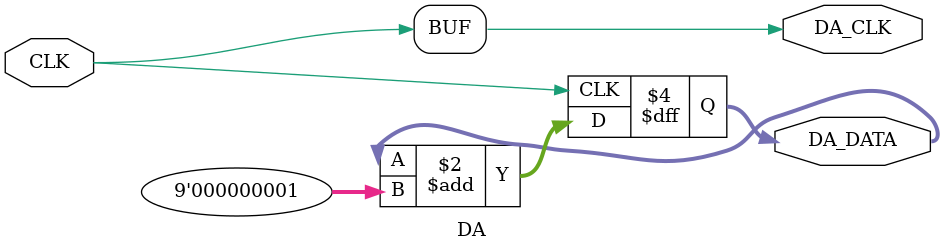
<source format=v>
module DA (CLK,DA_DATA,DA_CLK);
input CLK;
output DA_CLK;
output reg[8:0] DA_DATA = 9'b000000000;
assign DA_CLK = CLK ;
	
	always @(posedge CLK) 
	begin
		DA_DATA <= DA_DATA + 9'b000000001;
	end
	
endmodule
</source>
